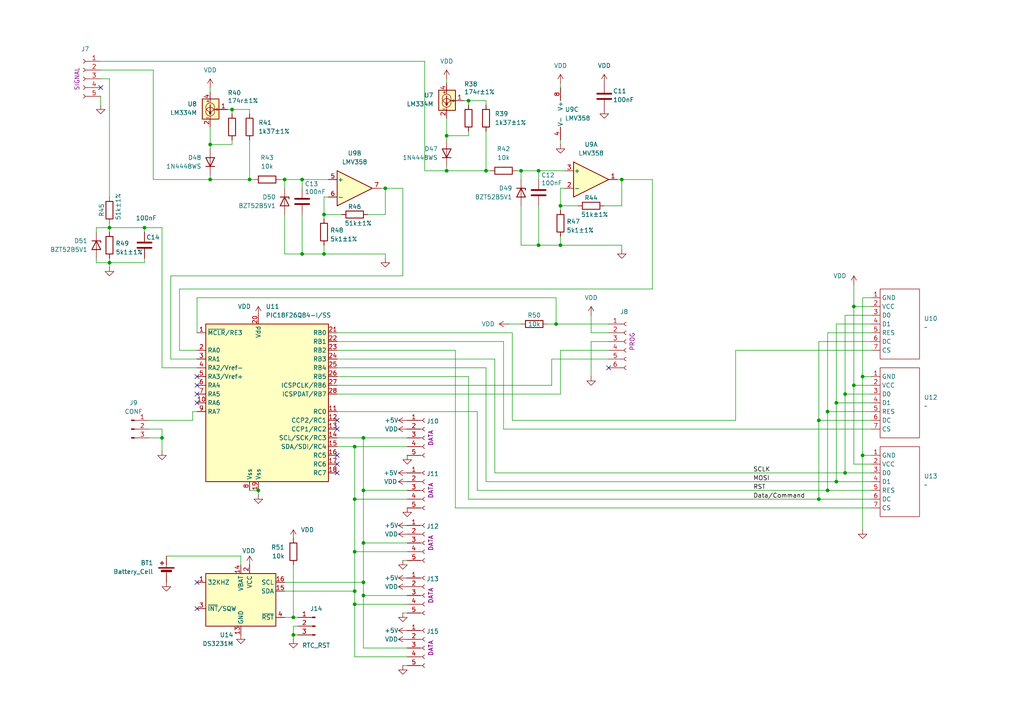
<source format=kicad_sch>
(kicad_sch (version 20250114) (generator "eeschema") (generator_version "9.0")
  (paper "A4")
  (lib_symbols
    (symbol "Amplifier_Operational:LMV358" (pin_names (offset 0.127))
      (property "Reference" "U" (at 0 5.08 0))
      (property "Value" "LMV358" (at 0 -5.08 0))
      (symbol "LMV358_1_1"
        (polyline (pts (xy -5.08 5.08) (xy 5.08 0) (xy -5.08 -5.08) (xy -5.08 5.08)) (stroke (width 0.254)) (fill (type background)))
        (pin input line (at -7.62 2.54 0) (length 2.54) (name "+") (number "3"))
        (pin input line (at -7.62 -2.54 0) (length 2.54) (name "-") (number "2"))
        (pin output line (at 7.62 0 180) (length 2.54) (name "~") (number "1"))
      )
      (symbol "LMV358_2_1"
        (polyline (pts (xy -5.08 5.08) (xy 5.08 0) (xy -5.08 -5.08) (xy -5.08 5.08)) (stroke (width 0.254)) (fill (type background)))
        (pin input line (at -7.62 2.54 0) (length 2.54) (name "+") (number "5"))
        (pin input line (at -7.62 -2.54 0) (length 2.54) (name "-") (number "6"))
        (pin output line (at 7.62 0 180) (length 2.54) (name "~") (number "7"))
      )
      (symbol "LMV358_3_1"
        (pin power_in line (at -2.54 7.62 270) (length 3.81) (name "V+") (number "8"))
        (pin power_in line (at -2.54 -7.62 90) (length 3.81) (name "V-") (number "4"))
      )
    )
    (symbol "Connector:Conn_01x03_Pin" (pin_names (offset 1.016) (hide yes))
      (property "Reference" "J" (at 0 5.08 0))
      (property "Value" "Conn_01x03_Pin" (at 0 -5.08 0))
      (symbol "Conn_01x03_Pin_1_1"
        (rectangle (start 0.8636 2.667) (end 0 2.413) (stroke (width 0.1524)) (fill (type outline)))
        (rectangle (start 0.8636 0.127) (end 0 -0.127) (stroke (width 0.1524)) (fill (type outline)))
        (rectangle (start 0.8636 -2.413) (end 0 -2.667) (stroke (width 0.1524)) (fill (type outline)))
        (polyline (pts (xy 1.27 2.54) (xy 0.8636 2.54)) (stroke (width 0.1524)))
        (polyline (pts (xy 1.27 0) (xy 0.8636 0)) (stroke (width 0.1524)))
        (polyline (pts (xy 1.27 -2.54) (xy 0.8636 -2.54)) (stroke (width 0.1524)))
        (pin passive line (at 5.08 2.54 180) (length 3.81) (name "Pin_1") (number "1"))
        (pin passive line (at 5.08 0 180) (length 3.81) (name "Pin_2") (number "2"))
        (pin passive line (at 5.08 -2.54 180) (length 3.81) (name "Pin_3") (number "3"))
      )
    )
    (symbol "Connector:Conn_01x05_Socket" (pin_names (offset 1.016) (hide yes))
      (property "Reference" "J" (at 0 7.62 0))
      (property "Value" "Conn_01x05_Socket" (at 0 -7.62 0))
      (symbol "Conn_01x05_Socket_1_1"
        (polyline (pts (xy -1.27 5.08) (xy -0.508 5.08)) (stroke (width 0.1524)))
        (polyline (pts (xy -1.27 2.54) (xy -0.508 2.54)) (stroke (width 0.1524)))
        (polyline (pts (xy -1.27 0) (xy -0.508 0)) (stroke (width 0.1524)))
        (polyline (pts (xy -1.27 -2.54) (xy -0.508 -2.54)) (stroke (width 0.1524)))
        (polyline (pts (xy -1.27 -5.08) (xy -0.508 -5.08)) (stroke (width 0.1524)))
        (arc (start 0 4.572) (mid -0.5058 5.08) (end 0 5.588) (stroke (width 0.1524)))
        (arc (start 0 2.032) (mid -0.5058 2.54) (end 0 3.048) (stroke (width 0.1524)))
        (arc (start 0 -0.508) (mid -0.5058 0) (end 0 0.508) (stroke (width 0.1524)))
        (arc (start 0 -3.048) (mid -0.5058 -2.54) (end 0 -2.032) (stroke (width 0.1524)))
        (arc (start 0 -5.588) (mid -0.5058 -5.08) (end 0 -4.572) (stroke (width 0.1524)))
        (pin passive line (at -5.08 5.08 0) (length 3.81) (name "Pin_1") (number "1"))
        (pin passive line (at -5.08 2.54 0) (length 3.81) (name "Pin_2") (number "2"))
        (pin passive line (at -5.08 0 0) (length 3.81) (name "Pin_3") (number "3"))
        (pin passive line (at -5.08 -2.54 0) (length 3.81) (name "Pin_4") (number "4"))
        (pin passive line (at -5.08 -5.08 0) (length 3.81) (name "Pin_5") (number "5"))
      )
    )
    (symbol "Connector:Conn_01x06_Socket" (pin_names (offset 1.016) (hide yes))
      (property "Reference" "J" (at 0 7.62 0))
      (property "Value" "Conn_01x06_Socket" (at 0 -10.16 0))
      (symbol "Conn_01x06_Socket_1_1"
        (polyline (pts (xy -1.27 5.08) (xy -0.508 5.08)) (stroke (width 0.1524)))
        (polyline (pts (xy -1.27 2.54) (xy -0.508 2.54)) (stroke (width 0.1524)))
        (polyline (pts (xy -1.27 0) (xy -0.508 0)) (stroke (width 0.1524)))
        (polyline (pts (xy -1.27 -2.54) (xy -0.508 -2.54)) (stroke (width 0.1524)))
        (polyline (pts (xy -1.27 -5.08) (xy -0.508 -5.08)) (stroke (width 0.1524)))
        (polyline (pts (xy -1.27 -7.62) (xy -0.508 -7.62)) (stroke (width 0.1524)))
        (arc (start 0 4.572) (mid -0.5058 5.08) (end 0 5.588) (stroke (width 0.1524)))
        (arc (start 0 2.032) (mid -0.5058 2.54) (end 0 3.048) (stroke (width 0.1524)))
        (arc (start 0 -0.508) (mid -0.5058 0) (end 0 0.508) (stroke (width 0.1524)))
        (arc (start 0 -3.048) (mid -0.5058 -2.54) (end 0 -2.032) (stroke (width 0.1524)))
        (arc (start 0 -5.588) (mid -0.5058 -5.08) (end 0 -4.572) (stroke (width 0.1524)))
        (arc (start 0 -8.128) (mid -0.5058 -7.62) (end 0 -7.112) (stroke (width 0.1524)))
        (pin passive line (at -5.08 5.08 0) (length 3.81) (name "Pin_1") (number "1"))
        (pin passive line (at -5.08 2.54 0) (length 3.81) (name "Pin_2") (number "2"))
        (pin passive line (at -5.08 0 0) (length 3.81) (name "Pin_3") (number "3"))
        (pin passive line (at -5.08 -2.54 0) (length 3.81) (name "Pin_4") (number "4"))
        (pin passive line (at -5.08 -5.08 0) (length 3.81) (name "Pin_5") (number "5"))
        (pin passive line (at -5.08 -7.62 0) (length 3.81) (name "Pin_6") (number "6"))
      )
    )
    (symbol "Device:Battery_Cell" (pin_numbers (hide yes)) (pin_names (offset 0) (hide yes))
      (property "Reference" "BT" (at 2.54 2.54 0))
      (property "Value" "Battery_Cell" (at 2.54 0 0))
      (symbol "Battery_Cell_0_1"
        (rectangle (start -2.286 1.778) (end 2.286 1.524) (fill (type outline)))
        (rectangle (start -1.524 1.016) (end 1.524 0.508) (fill (type outline)))
        (polyline (pts (xy 0 1.778) (xy 0 2.54)))
        (polyline (pts (xy 0 0.762) (xy 0 0)))
        (polyline (pts (xy 0.762 3.048) (xy 1.778 3.048)) (stroke (width 0.254)))
        (polyline (pts (xy 1.27 3.556) (xy 1.27 2.54)) (stroke (width 0.254)))
      )
      (symbol "Battery_Cell_1_1"
        (pin passive line (at 0 5.08 270) (length 2.54) (name "+") (number "1"))
        (pin passive line (at 0 -2.54 90) (length 2.54) (name "-") (number "2"))
      )
    )
    (symbol "Device:C" (pin_numbers (hide yes)) (pin_names (offset 0.254))
      (property "Reference" "C" (at 0.635 2.54 0))
      (property "Value" "C" (at 0.635 -2.54 0))
      (symbol "C_0_1"
        (polyline (pts (xy -2.032 0.762) (xy 2.032 0.762)) (stroke (width 0.508)))
        (polyline (pts (xy -2.032 -0.762) (xy 2.032 -0.762)) (stroke (width 0.508)))
      )
      (symbol "C_1_1"
        (pin passive line (at 0 3.81 270) (length 2.794) (name "~") (number "1"))
        (pin passive line (at 0 -3.81 90) (length 2.794) (name "~") (number "2"))
      )
    )
    (symbol "Device:R" (pin_numbers (hide yes)) (pin_names (offset 0))
      (property "Reference" "R" (at 2.032 0 90))
      (property "Value" "R" (at 0 0 90))
      (symbol "R_0_1"
        (rectangle (start -1.016 -2.54) (end 1.016 2.54) (stroke (width 0.254)))
      )
      (symbol "R_1_1"
        (pin passive line (at 0 3.81 270) (length 1.27) (name "~") (number "1"))
        (pin passive line (at 0 -3.81 90) (length 1.27) (name "~") (number "2"))
      )
    )
    (symbol "Diode:1N4448WS" (pin_numbers (hide yes)) (pin_names (hide yes))
      (property "Reference" "D" (at 0 2.54 0))
      (property "Value" "1N4448WS" (at 0 -2.54 0))
      (symbol "1N4448WS_0_1"
        (polyline (pts (xy -1.27 1.27) (xy -1.27 -1.27)) (stroke (width 0.254)))
        (polyline (pts (xy 1.27 1.27) (xy 1.27 -1.27) (xy -1.27 0) (xy 1.27 1.27)) (stroke (width 0.254)))
        (polyline (pts (xy 1.27 0) (xy -1.27 0)))
      )
      (symbol "1N4448WS_1_1"
        (pin passive line (at -3.81 0 0) (length 2.54) (name "K") (number "1"))
        (pin passive line (at 3.81 0 180) (length 2.54) (name "A") (number "2"))
      )
    )
    (symbol "Diode:BZT52Bxx" (pin_numbers (hide yes)) (pin_names (hide yes))
      (property "Reference" "D" (at 0 2.54 0))
      (property "Value" "BZT52Bxx" (at 0 -2.54 0))
      (symbol "BZT52Bxx_0_1"
        (polyline (pts (xy -1.27 -1.27) (xy -1.27 1.27) (xy -0.762 1.27)) (stroke (width 0.254)))
        (polyline (pts (xy 1.27 0) (xy -1.27 0)))
        (polyline (pts (xy 1.27 -1.27) (xy 1.27 1.27) (xy -1.27 0) (xy 1.27 -1.27)) (stroke (width 0.254)))
      )
      (symbol "BZT52Bxx_1_1"
        (pin passive line (at -3.81 0 0) (length 2.54) (name "K") (number "1"))
        (pin passive line (at 3.81 0 180) (length 2.54) (name "A") (number "2"))
      )
    )
    (symbol "Reference_Current:LM334M"
      (property "Reference" "U" (at 0.635 6.35 0))
      (property "Value" "LM334M" (at 0.635 4.445 0))
      (symbol "LM334M_0_1"
        (rectangle (start -2.286 3.048) (end 2.54 -2.794) (stroke (width 0.254)) (fill (type background)))
        (polyline (pts (xy -1.143 -2.413) (xy -0.381 -2.413)))
        (polyline (pts (xy -1.016 2.413) (xy -0.254 2.413)))
        (polyline (pts (xy -0.635 2.794) (xy -0.635 2.032)))
        (polyline (pts (xy 0 3.81) (xy 0 1.905)))
        (polyline (pts (xy 0 1.397) (xy 0 -1.397)) (stroke (width 0.254)))
        (circle (center 0 0.635) (radius 1.27))
        (circle (center 0 -0.635) (radius 1.27))
        (polyline (pts (xy 0 -1.397) (xy -0.254 -0.889) (xy 0.254 -0.889) (xy 0 -1.397)) (stroke (width 0.254)))
        (polyline (pts (xy 0 -1.905) (xy 0 -3.175)))
        (polyline (pts (xy 1.27 0) (xy 2.159 0.254) (xy 2.159 -0.254) (xy 1.27 0)))
        (polyline (pts (xy 5.08 0) (xy 1.27 0)))
      )
      (symbol "LM334M_1_1"
        (pin passive line (at 0 5.08 270) (length 2.54) (name "~") (number "4"))
        (pin passive line (at 0 -5.08 90) (length 2.54) (name "~") (number "2"))
        (pin passive line (at 0 -5.08 90) (length 2.54) (hide yes) (name "~") (number "3"))
        (pin passive line (at 0 -5.08 90) (length 2.54) (hide yes) (name "~") (number "6"))
        (pin passive line (at 0 -5.08 90) (length 2.54) (hide yes) (name "~") (number "7"))
        (pin passive line (at 5.08 0 180) (length 2.54) (name "~") (number "1"))
      )
    )
    (symbol "Timer_RTC:DS3231M"
      (property "Reference" "U" (at -7.62 8.89 0))
      (property "Value" "DS3231M" (at 10.16 8.89 0))
      (symbol "DS3231M_0_1"
        (rectangle (start -10.16 7.62) (end 10.16 -7.62) (stroke (width 0.254)) (fill (type background)))
      )
      (symbol "DS3231M_1_1"
        (pin input line (at -12.7 5.08 0) (length 2.54) (name "SCL") (number "16"))
        (pin bidirectional line (at -12.7 2.54 0) (length 2.54) (name "SDA") (number "15"))
        (pin bidirectional line (at -12.7 -5.08 0) (length 2.54) (name "~{RST}") (number "4"))
        (pin power_in line (at -2.54 10.16 270) (length 2.54) (name "VCC") (number "2"))
        (pin power_in line (at 0 10.16 270) (length 2.54) (name "VBAT") (number "14"))
        (pin passive line (at 0 -10.16 90) (length 2.54) (hide yes) (name "GND") (number "10"))
        (pin passive line (at 0 -10.16 90) (length 2.54) (hide yes) (name "GND") (number "11"))
        (pin passive line (at 0 -10.16 90) (length 2.54) (hide yes) (name "GND") (number "12"))
        (pin power_in line (at 0 -10.16 90) (length 2.54) (name "GND") (number "13"))
        (pin passive line (at 0 -10.16 90) (length 2.54) (hide yes) (name "GND") (number "5"))
        (pin passive line (at 0 -10.16 90) (length 2.54) (hide yes) (name "GND") (number "6"))
        (pin passive line (at 0 -10.16 90) (length 2.54) (hide yes) (name "GND") (number "7"))
        (pin passive line (at 0 -10.16 90) (length 2.54) (hide yes) (name "GND") (number "8"))
        (pin passive line (at 0 -10.16 90) (length 2.54) (hide yes) (name "GND") (number "9"))
        (pin open_collector line (at 12.7 5.08 180) (length 2.54) (name "32KHZ") (number "1"))
        (pin open_collector line (at 12.7 -2.54 180) (length 2.54) (name "~{INT}/SQW") (number "3"))
      )
    )
    (symbol "panel-01:PIC18F26Q84_ISS"
      (property "Reference" "U" (at -15.24 24.13 0))
      (property "Value" "PIC18F26Q84-I/SS" (at 9.652 24.13 0))
      (symbol "PIC18F26Q84_ISS_0_1"
        (rectangle (start -17.78 22.86) (end 17.78 -22.86) (stroke (width 0.254)) (fill (type background)))
      )
      (symbol "PIC18F26Q84_ISS_1_1"
        (pin bidirectional line (at -20.32 20.32 0) (length 2.54) (name "~{MCLR}/RE3") (number "1"))
        (pin bidirectional line (at -20.32 15.24 0) (length 2.54) (name "RA0") (number "2"))
        (pin bidirectional line (at -20.32 12.7 0) (length 2.54) (name "RA1") (number "3"))
        (pin bidirectional line (at -20.32 10.16 0) (length 2.54) (name "RA2/Vref-") (number "4"))
        (pin bidirectional line (at -20.32 7.62 0) (length 2.54) (name "RA3/Vref+") (number "5"))
        (pin bidirectional line (at -20.32 5.08 0) (length 2.54) (name "RA4") (number "6"))
        (pin bidirectional line (at -20.32 2.54 0) (length 2.54) (name "RA5") (number "7"))
        (pin bidirectional line (at -20.32 0 0) (length 2.54) (name "RA6") (number "10"))
        (pin bidirectional line (at -20.32 -2.54 0) (length 2.54) (name "RA7") (number "9"))
        (pin power_in line (at -5.08 -25.4 90) (length 2.54) (name "Vss") (number "8"))
        (pin power_in line (at -2.54 25.4 270) (length 2.54) (name "Vdd") (number "20"))
        (pin power_in line (at -2.54 -25.4 90) (length 2.54) (name "Vss") (number "19"))
        (pin bidirectional line (at 20.32 20.32 180) (length 2.54) (name "RB0") (number "21"))
        (pin bidirectional line (at 20.32 17.78 180) (length 2.54) (name "RB1") (number "22"))
        (pin bidirectional line (at 20.32 15.24 180) (length 2.54) (name "RB2") (number "23"))
        (pin bidirectional line (at 20.32 12.7 180) (length 2.54) (name "RB3") (number "24"))
        (pin bidirectional line (at 20.32 10.16 180) (length 2.54) (name "RB4") (number "25"))
        (pin bidirectional line (at 20.32 7.62 180) (length 2.54) (name "RB5") (number "26"))
        (pin bidirectional line (at 20.32 5.08 180) (length 2.54) (name "ICSPCLK/RB6") (number "27"))
        (pin bidirectional line (at 20.32 2.54 180) (length 2.54) (name "ICSPDAT/RB7") (number "28"))
        (pin bidirectional line (at 20.32 -2.54 180) (length 2.54) (name "RC0") (number "11"))
        (pin bidirectional line (at 20.32 -5.08 180) (length 2.54) (name "CCP2/RC1") (number "12"))
        (pin bidirectional line (at 20.32 -7.62 180) (length 2.54) (name "CCP1/RC2") (number "13"))
        (pin bidirectional line (at 20.32 -10.16 180) (length 2.54) (name "SCL/SCK/RC3") (number "14"))
        (pin bidirectional line (at 20.32 -12.7 180) (length 2.54) (name "SDA/SDI/RC4") (number "15"))
        (pin bidirectional line (at 20.32 -15.24 180) (length 2.54) (name "RC5") (number "16"))
        (pin bidirectional line (at 20.32 -17.78 180) (length 2.54) (name "RC6") (number "17"))
        (pin bidirectional line (at 20.32 -20.32 180) (length 2.54) (name "RC7") (number "18"))
      )
    )
    (symbol "panel-01:SSD1306_128x64"
      (property "Reference" "U" (at 0 0 0))
      (symbol "SSD1306_128x64_0_1"
        (rectangle (start -6.35 10.16) (end 5.08 -10.16))
      )
      (symbol "SSD1306_128x64_1_1"
        (pin input line (at -8.89 7.62 0) (length 2.54) (name "GND") (number "1"))
        (pin input line (at -8.89 5.08 0) (length 2.54) (name "VCC") (number "2"))
        (pin input line (at -8.89 2.54 0) (length 2.54) (name "D0") (number "3"))
        (pin input line (at -8.89 0 0) (length 2.54) (name "D1") (number "4"))
        (pin input line (at -8.89 -2.54 0) (length 2.54) (name "RES") (number "5"))
        (pin input line (at -8.89 -5.08 0) (length 2.54) (name "DC") (number "6"))
        (pin input line (at -8.89 -7.62 0) (length 2.54) (name "CS") (number "7"))
      )
    )
    (symbol "power:+5V" (power) (pin_numbers (hide yes)) (pin_names (offset 0) (hide yes))
      (property "Value" "+5V" (at 0 3.556 0))
      (symbol "+5V_0_1"
        (polyline (pts (xy -0.762 1.27) (xy 0 2.54)))
        (polyline (pts (xy 0 2.54) (xy 0.762 1.27)))
        (polyline (pts (xy 0 0) (xy 0 2.54)))
      )
      (symbol "+5V_1_1"
        (pin power_in line (at 0 0 90) (length 0) (name "~") (number "1"))
      )
    )
    (symbol "power:GND" (power) (pin_numbers (hide yes)) (pin_names (offset 0) (hide yes))
      (property "Value" "GND" (at 0 -3.81 0))
      (symbol "GND_0_1"
        (polyline (pts (xy 0 0) (xy 0 -1.27) (xy 1.27 -1.27) (xy 0 -2.54) (xy -1.27 -1.27) (xy 0 -1.27)))
      )
      (symbol "GND_1_1"
        (pin power_in line (at 0 0 270) (length 0) (name "~") (number "1"))
      )
    )
    (symbol "power:VDD" (power) (pin_numbers (hide yes)) (pin_names (offset 0) (hide yes))
      (property "Value" "VDD" (at 0 3.556 0))
      (symbol "VDD_0_1"
        (polyline (pts (xy -0.762 1.27) (xy 0 2.54)))
        (polyline (pts (xy 0 2.54) (xy 0.762 1.27)))
        (polyline (pts (xy 0 0) (xy 0 2.54)))
      )
      (symbol "VDD_1_1"
        (pin power_in line (at 0 0 90) (length 0) (name "~") (number "1"))
      )
    )
  )
  (junction (at 237.49 144.78))
  (junction (at 105.41 127))
  (junction (at 151.13 49.53))
  (junction (at 105.41 172.72))
  (junction (at 245.11 114.3))
  (junction (at 31.75 76.2))
  (junction (at 102.87 144.78))
  (junction (at 105.41 168.91))
  (junction (at 60.96 52.07))
  (junction (at 162.56 71.12))
  (junction (at 140.97 49.53))
  (junction (at 60.96 41.91))
  (junction (at 237.49 121.92))
  (junction (at 102.87 175.26))
  (junction (at 67.31 31.75))
  (junction (at 85.09 179.07))
  (junction (at 72.39 52.07))
  (junction (at 102.87 129.54))
  (junction (at 240.03 142.24))
  (junction (at 82.55 52.07))
  (junction (at 156.21 49.53))
  (junction (at 242.57 139.7))
  (junction (at 105.41 142.24))
  (junction (at 93.98 62.23))
  (junction (at 129.54 39.37))
  (junction (at 102.87 160.02))
  (junction (at 242.57 116.84))
  (junction (at 250.19 109.22))
  (junction (at 156.21 71.12))
  (junction (at 250.19 132.08))
  (junction (at 41.91 66.04))
  (junction (at 162.56 59.69))
  (junction (at 111.76 54.61))
  (junction (at 161.29 93.98))
  (junction (at 74.93 142.24))
  (junction (at 247.65 111.76))
  (junction (at 31.75 66.04))
  (junction (at 245.11 137.16))
  (junction (at 46.99 127))
  (junction (at 240.03 119.38))
  (junction (at 85.09 184.15))
  (junction (at 93.98 73.66))
  (junction (at 180.34 52.07))
  (junction (at 87.63 52.07))
  (junction (at 129.54 49.53))
  (junction (at 247.65 88.9))
  (junction (at 87.63 73.66))
  (junction (at 105.41 157.48))
  (junction (at 135.89 29.21))
  (junction (at 102.87 171.45))
  (no_connect (at 176.53 106.68))
  (no_connect (at 97.79 137.16))
  (no_connect (at 57.15 116.84))
  (no_connect (at 29.21 25.4))
  (no_connect (at 97.79 124.46))
  (no_connect (at 57.15 176.53))
  (no_connect (at 57.15 114.3))
  (no_connect (at 97.79 134.62))
  (no_connect (at 97.79 121.92))
  (no_connect (at 57.15 111.76))
  (no_connect (at 57.15 168.91))
  (no_connect (at 57.15 109.22))
  (no_connect (at 97.79 132.08))
  (wire (pts (xy 138.43 119.38) (xy 138.43 142.24)))
  (wire (pts (xy 180.34 71.12) (xy 180.34 72.39)))
  (wire (pts (xy 87.63 54.61) (xy 87.63 52.07)))
  (wire (pts (xy 171.45 99.06) (xy 171.45 109.22)))
  (wire (pts (xy 97.79 129.54) (xy 102.87 129.54)))
  (wire (pts (xy 52.07 83.82) (xy 189.23 83.82)))
  (wire (pts (xy 151.13 59.69) (xy 151.13 71.12)))
  (wire (pts (xy 149.86 49.53) (xy 151.13 49.53)))
  (wire (pts (xy 82.55 168.91) (xy 105.41 168.91)))
  (wire (pts (xy 102.87 171.45) (xy 102.87 175.26)))
  (wire (pts (xy 69.85 161.29) (xy 48.26 161.29)))
  (wire (pts (xy 49.53 80.01) (xy 116.84 80.01)))
  (wire (pts (xy 60.96 52.07) (xy 72.39 52.07)))
  (wire (pts (xy 85.09 181.61) (xy 85.09 184.15)))
  (wire (pts (xy 118.11 187.96) (xy 105.41 187.96)))
  (wire (pts (xy 146.05 124.46) (xy 146.05 99.06)))
  (wire (pts (xy 93.98 62.23) (xy 99.06 62.23)))
  (wire (pts (xy 123.19 49.53) (xy 129.54 49.53)))
  (wire (pts (xy 156.21 71.12) (xy 162.56 71.12)))
  (wire (pts (xy 86.36 181.61) (xy 85.09 181.61)))
  (wire (pts (xy 46.99 124.46) (xy 46.99 127)))
  (wire (pts (xy 118.11 190.5) (xy 102.87 190.5)))
  (wire (pts (xy 87.63 62.23) (xy 87.63 73.66)))
  (wire (pts (xy 129.54 22.86) (xy 129.54 24.13)))
  (wire (pts (xy 31.75 76.2) (xy 41.91 76.2)))
  (wire (pts (xy 250.19 132.08) (xy 252.73 132.08)))
  (wire (pts (xy 240.03 96.52) (xy 240.03 119.38)))
  (wire (pts (xy 105.41 142.24) (xy 118.11 142.24)))
  (wire (pts (xy 245.11 114.3) (xy 245.11 137.16)))
  (wire (pts (xy 55.88 121.92) (xy 43.18 121.92)))
  (wire (pts (xy 102.87 190.5) (xy 102.87 175.26)))
  (wire (pts (xy 134.62 29.21) (xy 135.89 29.21)))
  (wire (pts (xy 31.75 66.04) (xy 31.75 67.31)))
  (wire (pts (xy 162.56 68.58) (xy 162.56 71.12)))
  (wire (pts (xy 138.43 142.24) (xy 240.03 142.24)))
  (wire (pts (xy 129.54 48.26) (xy 129.54 49.53)))
  (wire (pts (xy 156.21 49.53) (xy 163.83 49.53)))
  (wire (pts (xy 102.87 129.54) (xy 118.11 129.54)))
  (wire (pts (xy 97.79 109.22) (xy 135.89 109.22)))
  (wire (pts (xy 102.87 144.78) (xy 118.11 144.78)))
  (wire (pts (xy 85.09 179.07) (xy 85.09 163.83)))
  (wire (pts (xy 147.32 93.98) (xy 151.13 93.98)))
  (wire (pts (xy 252.73 134.62) (xy 247.65 134.62)))
  (wire (pts (xy 72.39 33.02) (xy 72.39 31.75)))
  (wire (pts (xy 74.93 142.24) (xy 74.93 143.51)))
  (wire (pts (xy 245.11 114.3) (xy 252.73 114.3)))
  (wire (pts (xy 162.56 24.13) (xy 162.56 25.4)))
  (wire (pts (xy 148.59 96.52) (xy 148.59 121.92)))
  (wire (pts (xy 97.79 96.52) (xy 148.59 96.52)))
  (wire (pts (xy 237.49 121.92) (xy 252.73 121.92)))
  (wire (pts (xy 29.21 27.94) (xy 29.21 30.48)))
  (wire (pts (xy 156.21 59.69) (xy 156.21 71.12)))
  (wire (pts (xy 46.99 66.04) (xy 41.91 66.04)))
  (wire (pts (xy 82.55 179.07) (xy 85.09 179.07)))
  (wire (pts (xy 161.29 93.98) (xy 176.53 93.98)))
  (wire (pts (xy 27.94 66.04) (xy 27.94 67.31)))
  (wire (pts (xy 82.55 171.45) (xy 102.87 171.45)))
  (wire (pts (xy 160.02 104.14) (xy 176.53 104.14)))
  (wire (pts (xy 105.41 187.96) (xy 105.41 172.72)))
  (wire (pts (xy 57.15 106.68) (xy 46.99 106.68)))
  (wire (pts (xy 160.02 104.14) (xy 160.02 111.76)))
  (wire (pts (xy 102.87 160.02) (xy 102.87 171.45)))
  (wire (pts (xy 237.49 121.92) (xy 237.49 99.06)))
  (wire (pts (xy 67.31 31.75) (xy 67.31 33.02)))
  (wire (pts (xy 102.87 129.54) (xy 102.87 144.78)))
  (wire (pts (xy 82.55 62.23) (xy 82.55 73.66)))
  (wire (pts (xy 60.96 36.83) (xy 60.96 41.91)))
  (wire (pts (xy 31.75 74.93) (xy 31.75 76.2)))
  (wire (pts (xy 135.89 109.22) (xy 135.89 144.78)))
  (wire (pts (xy 175.26 59.69) (xy 180.34 59.69)))
  (wire (pts (xy 129.54 34.29) (xy 129.54 39.37)))
  (wire (pts (xy 176.53 99.06) (xy 171.45 99.06)))
  (wire (pts (xy 67.31 40.64) (xy 67.31 41.91)))
  (wire (pts (xy 57.15 104.14) (xy 49.53 104.14)))
  (wire (pts (xy 41.91 67.31) (xy 41.91 66.04)))
  (wire (pts (xy 146.05 124.46) (xy 252.73 124.46)))
  (wire (pts (xy 93.98 57.15) (xy 93.98 62.23)))
  (wire (pts (xy 252.73 86.36) (xy 250.19 86.36)))
  (wire (pts (xy 162.56 101.6) (xy 176.53 101.6)))
  (wire (pts (xy 135.89 29.21) (xy 135.89 30.48)))
  (wire (pts (xy 140.97 30.48) (xy 140.97 29.21)))
  (wire (pts (xy 250.19 109.22) (xy 252.73 109.22)))
  (wire (pts (xy 163.83 54.61) (xy 162.56 54.61)))
  (wire (pts (xy 97.79 114.3) (xy 162.56 114.3)))
  (wire (pts (xy 245.11 137.16) (xy 252.73 137.16)))
  (wire (pts (xy 27.94 76.2) (xy 31.75 76.2)))
  (wire (pts (xy 123.19 17.78) (xy 123.19 49.53)))
  (wire (pts (xy 116.84 54.61) (xy 111.76 54.61)))
  (wire (pts (xy 118.11 162.56) (xy 116.84 162.56)))
  (wire (pts (xy 111.76 62.23) (xy 111.76 54.61)))
  (wire (pts (xy 105.41 157.48) (xy 118.11 157.48)))
  (wire (pts (xy 247.65 88.9) (xy 252.73 88.9)))
  (wire (pts (xy 85.09 184.15) (xy 85.09 185.42)))
  (wire (pts (xy 105.41 127) (xy 97.79 127)))
  (wire (pts (xy 46.99 106.68) (xy 46.99 66.04)))
  (wire (pts (xy 72.39 142.24) (xy 74.93 142.24)))
  (wire (pts (xy 176.53 96.52) (xy 171.45 96.52)))
  (wire (pts (xy 135.89 144.78) (xy 237.49 144.78)))
  (wire (pts (xy 69.85 163.83) (xy 69.85 161.29)))
  (wire (pts (xy 118.11 177.8) (xy 116.84 177.8)))
  (wire (pts (xy 237.49 144.78) (xy 237.49 121.92)))
  (wire (pts (xy 111.76 73.66) (xy 111.76 74.93)))
  (wire (pts (xy 60.96 41.91) (xy 60.96 43.18)))
  (wire (pts (xy 252.73 91.44) (xy 245.11 91.44)))
  (wire (pts (xy 171.45 91.44) (xy 171.45 96.52)))
  (wire (pts (xy 105.41 127) (xy 118.11 127)))
  (wire (pts (xy 67.31 31.75) (xy 72.39 31.75)))
  (wire (pts (xy 162.56 114.3) (xy 162.56 101.6)))
  (wire (pts (xy 81.28 52.07) (xy 82.55 52.07)))
  (wire (pts (xy 87.63 52.07) (xy 95.25 52.07)))
  (wire (pts (xy 105.41 172.72) (xy 118.11 172.72)))
  (wire (pts (xy 146.05 99.06) (xy 97.79 99.06)))
  (wire (pts (xy 43.18 124.46) (xy 46.99 124.46)))
  (wire (pts (xy 102.87 144.78) (xy 102.87 160.02)))
  (wire (pts (xy 140.97 38.1) (xy 140.97 49.53)))
  (wire (pts (xy 245.11 114.3) (xy 245.11 91.44)))
  (wire (pts (xy 31.75 66.04) (xy 31.75 64.77)))
  (wire (pts (xy 135.89 29.21) (xy 140.97 29.21)))
  (wire (pts (xy 46.99 127) (xy 46.99 130.81)))
  (wire (pts (xy 49.53 104.14) (xy 49.53 80.01)))
  (wire (pts (xy 151.13 71.12) (xy 156.21 71.12)))
  (wire (pts (xy 72.39 52.07) (xy 73.66 52.07)))
  (wire (pts (xy 118.11 193.04) (xy 116.84 193.04)))
  (wire (pts (xy 247.65 111.76) (xy 252.73 111.76)))
  (wire (pts (xy 97.79 101.6) (xy 132.08 101.6)))
  (wire (pts (xy 31.75 76.2) (xy 31.75 77.47)))
  (wire (pts (xy 116.84 80.01) (xy 116.84 54.61)))
  (wire (pts (xy 82.55 52.07) (xy 87.63 52.07)))
  (wire (pts (xy 143.51 137.16) (xy 245.11 137.16)))
  (wire (pts (xy 162.56 54.61) (xy 162.56 59.69)))
  (wire (pts (xy 213.36 121.92) (xy 213.36 101.6)))
  (wire (pts (xy 237.49 99.06) (xy 252.73 99.06)))
  (wire (pts (xy 31.75 22.86) (xy 29.21 22.86)))
  (wire (pts (xy 250.19 86.36) (xy 250.19 109.22)))
  (wire (pts (xy 44.45 52.07) (xy 60.96 52.07)))
  (wire (pts (xy 151.13 49.53) (xy 156.21 49.53)))
  (wire (pts (xy 129.54 49.53) (xy 140.97 49.53)))
  (wire (pts (xy 57.15 86.36) (xy 161.29 86.36)))
  (wire (pts (xy 240.03 142.24) (xy 252.73 142.24)))
  (wire (pts (xy 252.73 139.7) (xy 242.57 139.7)))
  (wire (pts (xy 189.23 52.07) (xy 180.34 52.07)))
  (wire (pts (xy 102.87 175.26) (xy 118.11 175.26)))
  (wire (pts (xy 93.98 73.66) (xy 111.76 73.66)))
  (wire (pts (xy 247.65 134.62) (xy 247.65 111.76)))
  (wire (pts (xy 143.51 104.14) (xy 143.51 137.16)))
  (wire (pts (xy 82.55 73.66) (xy 87.63 73.66)))
  (wire (pts (xy 55.88 119.38) (xy 57.15 119.38)))
  (wire (pts (xy 60.96 50.8) (xy 60.96 52.07)))
  (wire (pts (xy 105.41 127) (xy 105.41 142.24)))
  (wire (pts (xy 148.59 121.92) (xy 213.36 121.92)))
  (wire (pts (xy 151.13 49.53) (xy 151.13 52.07)))
  (wire (pts (xy 57.15 96.52) (xy 57.15 86.36)))
  (wire (pts (xy 93.98 62.23) (xy 93.98 63.5)))
  (wire (pts (xy 140.97 106.68) (xy 140.97 139.7)))
  (wire (pts (xy 66.04 31.75) (xy 67.31 31.75)))
  (wire (pts (xy 240.03 119.38) (xy 252.73 119.38)))
  (wire (pts (xy 247.65 82.55) (xy 247.65 88.9)))
  (wire (pts (xy 160.02 111.76) (xy 97.79 111.76)))
  (wire (pts (xy 129.54 39.37) (xy 129.54 40.64)))
  (wire (pts (xy 140.97 139.7) (xy 242.57 139.7)))
  (wire (pts (xy 106.68 62.23) (xy 111.76 62.23)))
  (wire (pts (xy 97.79 104.14) (xy 143.51 104.14)))
  (wire (pts (xy 55.88 119.38) (xy 55.88 121.92)))
  (wire (pts (xy 161.29 86.36) (xy 161.29 93.98)))
  (wire (pts (xy 52.07 101.6) (xy 52.07 83.82)))
  (wire (pts (xy 240.03 119.38) (xy 240.03 142.24)))
  (wire (pts (xy 105.41 142.24) (xy 105.41 157.48)))
  (wire (pts (xy 97.79 119.38) (xy 138.43 119.38)))
  (wire (pts (xy 132.08 101.6) (xy 132.08 147.32)))
  (wire (pts (xy 250.19 132.08) (xy 250.19 153.67)))
  (wire (pts (xy 29.21 17.78) (xy 123.19 17.78)))
  (wire (pts (xy 43.18 127) (xy 46.99 127)))
  (wire (pts (xy 86.36 179.07) (xy 85.09 179.07)))
  (wire (pts (xy 93.98 71.12) (xy 93.98 73.66)))
  (wire (pts (xy 44.45 20.32) (xy 44.45 52.07)))
  (wire (pts (xy 132.08 147.32) (xy 252.73 147.32)))
  (wire (pts (xy 242.57 116.84) (xy 252.73 116.84)))
  (wire (pts (xy 87.63 73.66) (xy 93.98 73.66)))
  (wire (pts (xy 135.89 39.37) (xy 129.54 39.37)))
  (wire (pts (xy 135.89 38.1) (xy 135.89 39.37)))
  (wire (pts (xy 86.36 184.15) (xy 85.09 184.15)))
  (wire (pts (xy 247.65 111.76) (xy 247.65 88.9)))
  (wire (pts (xy 67.31 41.91) (xy 60.96 41.91)))
  (wire (pts (xy 82.55 52.07) (xy 82.55 54.61)))
  (wire (pts (xy 57.15 101.6) (xy 52.07 101.6)))
  (wire (pts (xy 242.57 93.98) (xy 252.73 93.98)))
  (wire (pts (xy 31.75 66.04) (xy 41.91 66.04)))
  (wire (pts (xy 162.56 71.12) (xy 180.34 71.12)))
  (wire (pts (xy 105.41 168.91) (xy 105.41 172.72)))
  (wire (pts (xy 156.21 52.07) (xy 156.21 49.53)))
  (wire (pts (xy 72.39 40.64) (xy 72.39 52.07)))
  (wire (pts (xy 180.34 52.07) (xy 179.07 52.07)))
  (wire (pts (xy 213.36 101.6) (xy 252.73 101.6)))
  (wire (pts (xy 158.75 93.98) (xy 161.29 93.98)))
  (wire (pts (xy 97.79 106.68) (xy 140.97 106.68)))
  (wire (pts (xy 111.76 54.61) (xy 110.49 54.61)))
  (wire (pts (xy 250.19 109.22) (xy 250.19 132.08)))
  (wire (pts (xy 60.96 25.4) (xy 60.96 26.67)))
  (wire (pts (xy 180.34 59.69) (xy 180.34 52.07)))
  (wire (pts (xy 162.56 59.69) (xy 167.64 59.69)))
  (wire (pts (xy 252.73 144.78) (xy 237.49 144.78)))
  (wire (pts (xy 105.41 157.48) (xy 105.41 168.91)))
  (wire (pts (xy 189.23 83.82) (xy 189.23 52.07)))
  (wire (pts (xy 31.75 57.15) (xy 31.75 22.86)))
  (wire (pts (xy 31.75 66.04) (xy 27.94 66.04)))
  (wire (pts (xy 29.21 20.32) (xy 44.45 20.32)))
  (wire (pts (xy 242.57 139.7) (xy 242.57 116.84)))
  (wire (pts (xy 140.97 49.53) (xy 142.24 49.53)))
  (wire (pts (xy 102.87 160.02) (xy 118.11 160.02)))
  (wire (pts (xy 162.56 40.64) (xy 162.56 41.91)))
  (wire (pts (xy 27.94 74.93) (xy 27.94 76.2)))
  (wire (pts (xy 242.57 116.84) (xy 242.57 93.98)))
  (wire (pts (xy 95.25 57.15) (xy 93.98 57.15)))
  (wire (pts (xy 252.73 96.52) (xy 240.03 96.52)))
  (wire (pts (xy 41.91 74.93) (xy 41.91 76.2)))
  (wire (pts (xy 162.56 59.69) (xy 162.56 60.96)))
  (label "MOSI" (at 218.44 139.7 0))
  (label "RST" (at 218.44 142.24 0))
  (label "SCLK" (at 218.44 137.16 0))
  (label "Data{slash}Command" (at 218.44 144.78 0))
  (symbol (lib_id "Connector:Conn_01x05_Socket") (at 24.13 22.86 0) (mirror y) (unit 1)
    (property "Reference" "J7" (at 25.908 14.224 0) (effects (justify left)))
    (property "Value" "Conn_01x05_Socket" (effects (hide yes)))
    (property "Footprint" "Connector_Molex:Molex_Pico-Lock_504050-0591_1x05-1MP_P1.50mm_Horizontal" (effects (hide yes)))
    (property "Description" "Generic connector, single row, 01x05, script generated" (effects (hide yes)))
    (property "Label" "SIGNAL" (at 22.352 22.86 90))
  )
  (symbol (lib_id "Device:R") (at 85.09 160.02 0) (mirror x) (unit 1)
    (property "Reference" "R51" (at 82.55 158.7499 0) (effects (justify right)))
    (property "Value" "10k" (at 82.55 161.2899 0) (effects (justify right)))
    (property "Description" "Resistor" (effects (hide yes)))
  )
  (symbol (lib_id "Device:R") (at 77.47 52.07 90) (unit 1)
    (property "Reference" "R43" (at 77.47 45.72 90))
    (property "Value" "10k" (at 77.47 48.26 90))
    (property "Description" "Resistor" (effects (hide yes)))
  )
  (symbol (lib_id "Device:R") (at 171.45 59.69 270) (unit 1)
    (property "Reference" "R44" (at 171.45 57.404 90))
    (property "Value" "51k±1%" (at 172.466 62.23 90))
    (property "Description" "Resistor" (effects (hide yes)))
  )
  (symbol (lib_id "Amplifier_Operational:LMV358") (at 102.87 54.61 0) (unit 2)
    (property "Reference" "U9" (at 102.87 44.45 0))
    (property "Value" "LMV358" (at 102.87 46.99 0))
    (property "Datasheet" "http://www.ti.com/lit/ds/symlink/lmv324.pdf" (effects (hide yes)))
    (property "Description" "Dual Low-Voltage Rail-to-Rail Output Operational Amplifiers, SOIC-8/SSOP-8" (effects (hide yes)))
  )
  (symbol (lib_id "Diode:1N4448WS") (at 129.54 44.45 270) (mirror x) (unit 1)
    (property "Reference" "D47" (at 127 43.1799 90) (effects (justify right)))
    (property "Value" "1N4448WS" (at 127 45.7199 90) (effects (justify right)))
    (property "Footprint" "Diode_SMD:D_SOD-323" (effects (hide yes)))
    (property "Datasheet" "https://www.vishay.com/docs/81387/1n4448ws.pdf" (effects (hide yes)))
    (property "Description" "75V 0.15A Small Signal Fast switching Diode, SOD-323" (effects (hide yes)))
    (property "Sim.Device" "D" (effects (hide yes)))
    (property "Sim.Pins" "1=K 2=A" (effects (hide yes)))
  )
  (symbol (lib_id "power:GND") (at 111.76 74.93 0) (unit 1)
    (property "Reference" "#PWR0127" (effects (hide yes)))
    (property "Value" "GND" (effects (hide yes)))
    (property "Description" "Power symbol creates a global label with name \"GND\" , ground" (effects (hide yes)))
  )
  (symbol (lib_id "Device:C") (at 41.91 71.12 0) (unit 1)
    (property "Reference" "C14" (at 42.418 68.834 0) (effects (justify left)))
    (property "Value" "100nF" (at 39.37 63.246 0) (effects (justify left)))
    (property "Description" "Unpolarized capacitor" (effects (hide yes)))
  )
  (symbol (lib_id "Connector:Conn_01x05_Socket") (at 123.19 127 0) (unit 1)
    (property "Reference" "J10" (at 123.698 122.174 0) (effects (justify left)))
    (property "Value" "Conn_01x05_Socket" (effects (hide yes)))
    (property "Footprint" "Connector_Molex:Molex_Pico-Lock_504050-0591_1x05-1MP_P1.50mm_Horizontal" (effects (hide yes)))
    (property "Description" "Generic connector, single row, 01x05, script generated" (effects (hide yes)))
    (property "Label" "DATA" (at 124.968 127 90))
  )
  (symbol (lib_id "Timer_RTC:DS3231M") (at 69.85 173.99 0) (mirror y) (unit 1)
    (property "Reference" "U14" (at 67.7067 184.15 0) (effects (justify left)))
    (property "Value" "DS3231M" (at 67.7067 186.69 0) (effects (justify left)))
    (property "Footprint" "Package_SO:SOIC-16W_7.5x10.3mm_P1.27mm" (effects (hide yes)))
    (property "Datasheet" "http://datasheets.maximintegrated.com/en/ds/DS3231.pdf" (effects (hide yes)))
    (property "Description" "Extremely Accurate I2C-Integrated RTC/TCXO/Crystal SOIC-16" (effects (hide yes)))
  )
  (symbol (lib_id "power:GND") (at 31.75 77.47 0) (unit 1)
    (property "Reference" "#PWR0132" (effects (hide yes)))
    (property "Value" "GND" (effects (hide yes)))
    (property "Description" "Power symbol creates a global label with name \"GND\" , ground" (effects (hide yes)))
  )
  (symbol (lib_id "Device:R") (at 67.31 36.83 0) (unit 1)
    (property "Reference" "R40" (at 66.04 26.924 0) (effects (justify left)))
    (property "Value" "174r±1%" (at 66.04 29.21 0) (effects (justify left)))
    (property "Description" "Resistor" (effects (hide yes)))
  )
  (symbol (lib_id "Device:R") (at 93.98 67.31 180) (unit 1)
    (property "Reference" "R48" (at 95.758 66.802 0) (effects (justify right)))
    (property "Value" "5k1±1%" (at 95.758 69.342 0) (effects (justify right)))
    (property "Description" "Resistor" (effects (hide yes)))
  )
  (symbol (lib_id "power:+5V") (at 118.11 152.4 90) (unit 1)
    (property "Reference" "#PWR0129" (effects (hide yes)))
    (property "Value" "+5V" (at 113.538 152.4 90))
    (property "Description" "Power symbol creates a global label with name \"+5V\"" (effects (hide yes)))
  )
  (symbol (lib_id "Device:R") (at 162.56 64.77 180) (unit 1)
    (property "Reference" "R47" (at 164.338 64.262 0) (effects (justify right)))
    (property "Value" "5k1±1%" (at 164.338 66.802 0) (effects (justify right)))
    (property "Description" "Resistor" (effects (hide yes)))
  )
  (symbol (lib_id "power:GND") (at 74.93 143.51 0) (unit 1)
    (property "Reference" "#PWR0134" (effects (hide yes)))
    (property "Value" "GND" (effects (hide yes)))
    (property "Description" "Power symbol creates a global label with name \"GND\" , ground" (effects (hide yes)))
  )
  (symbol (lib_id "Connector:Conn_01x03_Pin") (at 38.1 124.46 0) (unit 1)
    (property "Reference" "J9" (at 38.735 116.84 0))
    (property "Value" "CONF" (at 38.735 119.38 0))
    (property "Footprint" "Connector_PinHeader_2.54mm:PinHeader_1x03_P2.54mm_Vertical" (effects (hide yes)))
    (property "Description" "Generic connector, single row, 01x03, script generated" (effects (hide yes)))
  )
  (symbol (lib_id "Device:R") (at 154.94 93.98 90) (unit 1)
    (property "Reference" "R50" (at 154.94 91.44 90))
    (property "Value" "10k" (at 154.94 93.98 90))
    (property "Description" "Resistor" (effects (hide yes)))
  )
  (symbol (lib_id "power:GND") (at 116.84 193.04 0) (unit 1)
    (property "Reference" "#PWR0172" (effects (hide yes)))
    (property "Value" "GND" (effects (hide yes)))
    (property "Description" "Power symbol creates a global label with name \"GND\" , ground" (effects (hide yes)))
  )
  (symbol (lib_id "Diode:BZT52Bxx") (at 27.94 71.12 270) (unit 1)
    (property "Reference" "D51" (at 25.4 69.8499 90) (effects (justify right)))
    (property "Value" "BZT52B5V1" (at 25.4 72.3899 90) (effects (justify right)))
    (property "Footprint" "Diode_SMD:D_SOD-123F" (effects (hide yes)))
    (property "Datasheet" "https://diotec.com/tl_files/diotec/files/pdf/datasheets/bzt52b2v4.pdf" (effects (hide yes)))
    (property "Description" "500mW Zener Diode, SOD-123F" (effects (hide yes)))
  )
  (symbol (lib_id "Amplifier_Operational:LMV358") (at 165.1 33.02 0) (unit 3)
    (property "Reference" "U9" (at 163.83 31.7499 0) (effects (justify left)))
    (property "Value" "LMV358" (at 163.83 34.2899 0) (effects (justify left)))
    (property "Datasheet" "http://www.ti.com/lit/ds/symlink/lmv324.pdf" (effects (hide yes)))
    (property "Description" "Dual Low-Voltage Rail-to-Rail Output Operational Amplifiers, SOIC-8/SSOP-8" (effects (hide yes)))
  )
  (symbol (lib_id "power:VDD") (at 74.93 91.44 0) (unit 1)
    (property "Reference" "#PWR0133" (effects (hide yes)))
    (property "Value" "VDD" (at 70.866 88.9 0))
    (property "Description" "Power symbol creates a global label with name \"VDD\"" (effects (hide yes)))
  )
  (symbol (lib_id "Device:C") (at 156.21 55.88 0) (unit 1)
    (property "Reference" "C12" (at 156.972 50.8 0) (effects (justify left)))
    (property "Value" "100nF" (at 156.972 53.086 0) (effects (justify left)))
    (property "Description" "Unpolarized capacitor" (effects (hide yes)))
  )
  (symbol (lib_id "power:GND") (at 69.85 184.15 0) (mirror y) (unit 1)
    (property "Reference" "#PWR0139" (effects (hide yes)))
    (property "Value" "GND" (effects (hide yes)))
    (property "Description" "Power symbol creates a global label with name \"GND\" , ground" (effects (hide yes)))
  )
  (symbol (lib_id "panel-01:SSD1306_128x64") (at 261.62 139.7 0) (unit 1)
    (property "Reference" "U13" (at 267.97 138.1124 0) (effects (justify left)))
    (property "Value" "~" (at 267.97 140.6524 0) (effects (justify left)))
  )
  (symbol (lib_id "power:GND") (at 180.34 72.39 0) (unit 1)
    (property "Reference" "#PWR0102" (effects (hide yes)))
    (property "Value" "GND" (effects (hide yes)))
    (property "Description" "Power symbol creates a global label with name \"GND\" , ground" (effects (hide yes)))
  )
  (symbol (lib_id "Device:R") (at 31.75 60.96 0) (unit 1)
    (property "Reference" "R45" (at 29.464 60.96 90))
    (property "Value" "51k±1%" (at 34.29 59.944 90))
    (property "Description" "Resistor" (effects (hide yes)))
  )
  (symbol (lib_id "power:VDD") (at 85.09 156.21 0) (mirror y) (unit 1)
    (property "Reference" "#PWR0142" (effects (hide yes)))
    (property "Value" "VDD" (at 89.154 153.67 0))
    (property "Description" "Power symbol creates a global label with name \"VDD\"" (effects (hide yes)))
  )
  (symbol (lib_id "panel-01:PIC18F26Q84_ISS") (at 77.47 116.84 0) (unit 1)
    (property "Reference" "U11" (at 77.0733 88.9 0) (effects (justify left)))
    (property "Value" "PIC18F26Q84-I/SS" (at 77.0733 91.44 0) (effects (justify left)))
    (property "Datasheet" "https://www.mouser.es/datasheet/3/282/1/PIC18F26-46-56Q84-Data-Sheet-DS40002259.pdf" (effects (hide yes)))
  )
  (symbol (lib_id "power:VDD") (at 147.32 93.98 90) (unit 1)
    (property "Reference" "#PWR0137" (effects (hide yes)))
    (property "Value" "VDD" (at 143.51 93.9799 90) (effects (justify left)))
    (property "Description" "Power symbol creates a global label with name \"VDD\"" (effects (hide yes)))
  )
  (symbol (lib_id "power:GND") (at 29.21 30.48 0) (unit 1)
    (property "Reference" "#PWR0131" (effects (hide yes)))
    (property "Value" "GND" (effects (hide yes)))
    (property "Description" "Power symbol creates a global label with name \"GND\" , ground" (effects (hide yes)))
  )
  (symbol (lib_id "Device:R") (at 140.97 34.29 0) (unit 1)
    (property "Reference" "R39" (at 143.51 33.0199 0) (effects (justify left)))
    (property "Value" "1k37±1%" (at 143.51 35.5599 0) (effects (justify left)))
    (property "Description" "Resistor" (effects (hide yes)))
  )
  (symbol (lib_id "panel-01:SSD1306_128x64") (at 261.62 116.84 0) (unit 1)
    (property "Reference" "U12" (at 267.97 115.2524 0) (effects (justify left)))
    (property "Value" "~" (at 267.97 117.7924 0) (effects (justify left)))
  )
  (symbol (lib_id "power:GND") (at 116.84 177.8 0) (unit 1)
    (property "Reference" "#PWR0169" (effects (hide yes)))
    (property "Value" "GND" (effects (hide yes)))
    (property "Description" "Power symbol creates a global label with name \"GND\" , ground" (effects (hide yes)))
  )
  (symbol (lib_id "Diode:BZT52Bxx") (at 82.55 58.42 270) (unit 1)
    (property "Reference" "D50" (at 80.01 57.1499 90) (effects (justify right)))
    (property "Value" "BZT52B5V1" (at 80.01 59.6899 90) (effects (justify right)))
    (property "Footprint" "Diode_SMD:D_SOD-123F" (effects (hide yes)))
    (property "Datasheet" "https://diotec.com/tl_files/diotec/files/pdf/datasheets/bzt52b2v4.pdf" (effects (hide yes)))
    (property "Description" "500mW Zener Diode, SOD-123F" (effects (hide yes)))
  )
  (symbol (lib_id "power:+5V") (at 118.11 137.16 90) (unit 1)
    (property "Reference" "#PWR0162" (effects (hide yes)))
    (property "Value" "+5V" (at 113.284 137.16 90))
    (property "Description" "Power symbol creates a global label with name \"+5V\"" (effects (hide yes)))
  )
  (symbol (lib_id "Connector:Conn_01x05_Socket") (at 123.19 187.96 0) (unit 1)
    (property "Reference" "J15" (at 123.698 183.134 0) (effects (justify left)))
    (property "Value" "Conn_01x05_Socket" (effects (hide yes)))
    (property "Footprint" "Connector_Molex:Molex_Pico-Lock_504050-0591_1x05-1MP_P1.50mm_Horizontal" (effects (hide yes)))
    (property "Description" "Generic connector, single row, 01x05, script generated" (effects (hide yes)))
    (property "Label" "DATA" (at 124.968 187.96 90))
  )
  (symbol (lib_id "power:VDD") (at 129.54 22.86 0) (unit 1)
    (property "Reference" "#PWR012" (effects (hide yes)))
    (property "Value" "VDD" (at 129.54 17.78 0))
    (property "Description" "Power symbol creates a global label with name \"VDD\"" (effects (hide yes)))
  )
  (symbol (lib_id "power:GND") (at 162.56 41.91 0) (unit 1)
    (property "Reference" "#PWR0101" (effects (hide yes)))
    (property "Value" "GND" (effects (hide yes)))
    (property "Description" "Power symbol creates a global label with name \"GND\" , ground" (effects (hide yes)))
  )
  (symbol (lib_id "Diode:BZT52Bxx") (at 151.13 55.88 270) (unit 1)
    (property "Reference" "D49" (at 148.59 54.6099 90) (effects (justify right)))
    (property "Value" "BZT52B5V1" (at 148.59 57.1499 90) (effects (justify right)))
    (property "Footprint" "Diode_SMD:D_SOD-123F" (effects (hide yes)))
    (property "Datasheet" "https://diotec.com/tl_files/diotec/files/pdf/datasheets/bzt52b2v4.pdf" (effects (hide yes)))
    (property "Description" "500mW Zener Diode, SOD-123F" (effects (hide yes)))
  )
  (symbol (lib_id "power:+5V") (at 118.11 167.64 90) (unit 1)
    (property "Reference" "#PWR0168" (effects (hide yes)))
    (property "Value" "+5V" (at 113.538 167.64 90))
    (property "Description" "Power symbol creates a global label with name \"+5V\"" (effects (hide yes)))
  )
  (symbol (lib_id "power:GND") (at 46.99 130.81 0) (unit 1)
    (property "Reference" "#PWR0138" (effects (hide yes)))
    (property "Value" "GND" (effects (hide yes)))
    (property "Description" "Power symbol creates a global label with name \"GND\" , ground" (effects (hide yes)))
  )
  (symbol (lib_id "power:GND") (at 118.11 147.32 0) (unit 1)
    (property "Reference" "#PWR0163" (effects (hide yes)))
    (property "Value" "GND" (effects (hide yes)))
    (property "Description" "Power symbol creates a global label with name \"GND\" , ground" (effects (hide yes)))
  )
  (symbol (lib_id "Amplifier_Operational:LMV358") (at 171.45 52.07 0) (unit 1)
    (property "Reference" "U9" (at 171.45 41.91 0))
    (property "Value" "LMV358" (at 171.45 44.45 0))
    (property "Datasheet" "http://www.ti.com/lit/ds/symlink/lmv324.pdf" (effects (hide yes)))
    (property "Description" "Dual Low-Voltage Rail-to-Rail Output Operational Amplifiers, SOIC-8/SSOP-8" (effects (hide yes)))
  )
  (symbol (lib_id "Reference_Current:LM334M") (at 129.54 29.21 0) (unit 1)
    (property "Reference" "U7" (at 125.73 27.6224 0) (effects (justify right)))
    (property "Value" "LM334M" (at 125.73 30.1624 0) (effects (justify right)))
    (property "Footprint" "Package_SO:SOIC-8_3.9x4.9mm_P1.27mm" (effects (hide yes)))
    (property "Datasheet" "http://www.ti.com/lit/ds/symlink/lm134.pdf" (effects (hide yes)))
    (property "Description" "1μA to 10mA 3-Terminal Adjustable Current Source, SO-8" (effects (hide yes)))
  )
  (symbol (lib_id "power:VDD") (at 175.26 24.13 0) (unit 1)
    (property "Reference" "#PWR0126" (effects (hide yes)))
    (property "Value" "VDD" (at 175.26 19.05 0))
    (property "Description" "Power symbol creates a global label with name \"VDD\"" (effects (hide yes)))
  )
  (symbol (lib_id "power:VDD") (at 118.11 139.7 90) (unit 1)
    (property "Reference" "#PWR0161" (effects (hide yes)))
    (property "Value" "VDD" (at 113.284 139.7 90))
    (property "Description" "Power symbol creates a global label with name \"VDD\"" (effects (hide yes)))
  )
  (symbol (lib_id "power:GND") (at 175.26 31.75 0) (unit 1)
    (property "Reference" "#PWR0125" (effects (hide yes)))
    (property "Value" "GND" (effects (hide yes)))
    (property "Description" "Power symbol creates a global label with name \"GND\" , ground" (effects (hide yes)))
  )
  (symbol (lib_id "Device:R") (at 102.87 62.23 270) (unit 1)
    (property "Reference" "R46" (at 102.87 59.944 90))
    (property "Value" "51k±1%" (at 103.886 64.77 90))
    (property "Description" "Resistor" (effects (hide yes)))
  )
  (symbol (lib_id "Diode:1N4448WS") (at 60.96 46.99 270) (mirror x) (unit 1)
    (property "Reference" "D48" (at 58.42 45.7199 90) (effects (justify right)))
    (property "Value" "1N4448WS" (at 58.42 48.2599 90) (effects (justify right)))
    (property "Footprint" "Diode_SMD:D_SOD-323" (effects (hide yes)))
    (property "Datasheet" "https://www.vishay.com/docs/81387/1n4448ws.pdf" (effects (hide yes)))
    (property "Description" "75V 0.15A Small Signal Fast switching Diode, SOD-323" (effects (hide yes)))
    (property "Sim.Device" "D" (effects (hide yes)))
    (property "Sim.Pins" "1=K 2=A" (effects (hide yes)))
  )
  (symbol (lib_id "power:VDD") (at 118.11 154.94 90) (unit 1)
    (property "Reference" "#PWR0128" (effects (hide yes)))
    (property "Value" "VDD" (at 113.538 154.94 90))
    (property "Description" "Power symbol creates a global label with name \"VDD\"" (effects (hide yes)))
  )
  (symbol (lib_id "power:GND") (at 116.84 162.56 0) (unit 1)
    (property "Reference" "#PWR0130" (effects (hide yes)))
    (property "Value" "GND" (effects (hide yes)))
    (property "Description" "Power symbol creates a global label with name \"GND\" , ground" (effects (hide yes)))
  )
  (symbol (lib_id "power:VDD") (at 162.56 24.13 0) (unit 1)
    (property "Reference" "#PWR013" (effects (hide yes)))
    (property "Value" "VDD" (at 162.56 19.05 0))
    (property "Description" "Power symbol creates a global label with name \"VDD\"" (effects (hide yes)))
  )
  (symbol (lib_id "Connector:Conn_01x05_Socket") (at 123.19 172.72 0) (unit 1)
    (property "Reference" "J13" (at 123.698 167.894 0) (effects (justify left)))
    (property "Value" "Conn_01x05_Socket" (effects (hide yes)))
    (property "Footprint" "Connector_Molex:Molex_Pico-Lock_504050-0591_1x05-1MP_P1.50mm_Horizontal" (effects (hide yes)))
    (property "Description" "Generic connector, single row, 01x05, script generated" (effects (hide yes)))
    (property "Label" "DATA" (at 124.968 172.72 90))
  )
  (symbol (lib_id "power:VDD") (at 247.65 82.55 0) (unit 1)
    (property "Reference" "#PWR099" (effects (hide yes)))
    (property "Value" "VDD" (at 243.586 80.01 0))
    (property "Description" "Power symbol creates a global label with name \"VDD\"" (effects (hide yes)))
  )
  (symbol (lib_id "power:GND") (at 48.26 168.91 0) (mirror y) (unit 1)
    (property "Reference" "#PWR0141" (effects (hide yes)))
    (property "Value" "GND" (effects (hide yes)))
    (property "Description" "Power symbol creates a global label with name \"GND\" , ground" (effects (hide yes)))
  )
  (symbol (lib_id "power:VDD") (at 118.11 170.18 90) (unit 1)
    (property "Reference" "#PWR0167" (effects (hide yes)))
    (property "Value" "VDD" (at 113.538 170.18 90))
    (property "Description" "Power symbol creates a global label with name \"VDD\"" (effects (hide yes)))
  )
  (symbol (lib_id "Device:R") (at 146.05 49.53 90) (unit 1)
    (property "Reference" "R42" (at 146.05 43.18 90))
    (property "Value" "10k" (at 146.05 45.72 90))
    (property "Description" "Resistor" (effects (hide yes)))
  )
  (symbol (lib_id "Connector:Conn_01x05_Socket") (at 123.19 157.48 0) (unit 1)
    (property "Reference" "J12" (at 123.698 152.654 0) (effects (justify left)))
    (property "Value" "Conn_01x05_Socket" (effects (hide yes)))
    (property "Footprint" "Connector_Molex:Molex_Pico-Lock_504050-0591_1x05-1MP_P1.50mm_Horizontal" (effects (hide yes)))
    (property "Description" "Generic connector, single row, 01x05, script generated" (effects (hide yes)))
    (property "Label" "DATA" (at 124.968 157.48 90))
  )
  (symbol (lib_id "power:+5V") (at 118.11 121.92 90) (mirror x) (unit 1)
    (property "Reference" "#PWR0165" (effects (hide yes)))
    (property "Value" "+5V" (at 113.538 121.92 90))
    (property "Description" "Power symbol creates a global label with name \"+5V\"" (effects (hide yes)))
  )
  (symbol (lib_id "power:VDD") (at 118.11 124.46 90) (unit 1)
    (property "Reference" "#PWR0164" (effects (hide yes)))
    (property "Value" "VDD" (at 113.538 124.46 90))
    (property "Description" "Power symbol creates a global label with name \"VDD\"" (effects (hide yes)))
  )
  (symbol (lib_id "Device:Battery_Cell") (at 48.26 166.37 0) (mirror y) (unit 1)
    (property "Reference" "BT1" (at 44.45 163.2584 0) (effects (justify left)))
    (property "Value" "Battery_Cell" (at 44.45 165.7984 0) (effects (justify left)))
    (property "Description" "Single-cell battery" (effects (hide yes)))
    (property "Sim.Device" "V" (effects (hide yes)))
    (property "Sim.Type" "DC" (effects (hide yes)))
    (property "Sim.Pins" "1=+ 2=-" (effects (hide yes)))
  )
  (symbol (lib_id "power:GND") (at 118.11 132.08 0) (unit 1)
    (property "Reference" "#PWR0166" (effects (hide yes)))
    (property "Value" "GND" (effects (hide yes)))
    (property "Description" "Power symbol creates a global label with name \"GND\" , ground" (effects (hide yes)))
  )
  (symbol (lib_id "power:GND") (at 85.09 185.42 0) (mirror y) (unit 1)
    (property "Reference" "#PWR0143" (effects (hide yes)))
    (property "Value" "GND" (effects (hide yes)))
    (property "Description" "Power symbol creates a global label with name \"GND\" , ground" (effects (hide yes)))
  )
  (symbol (lib_id "power:VDD") (at 171.45 91.44 0) (unit 1)
    (property "Reference" "#PWR0135" (effects (hide yes)))
    (property "Value" "VDD" (at 171.45 86.36 0))
    (property "Description" "Power symbol creates a global label with name \"VDD\"" (effects (hide yes)))
  )
  (symbol (lib_id "power:GND") (at 250.19 153.67 0) (unit 1)
    (property "Reference" "#PWR0100" (effects (hide yes)))
    (property "Value" "GND" (effects (hide yes)))
    (property "Description" "Power symbol creates a global label with name \"GND\" , ground" (effects (hide yes)))
  )
  (symbol (lib_id "Connector:Conn_01x05_Socket") (at 123.19 142.24 0) (unit 1)
    (property "Reference" "J11" (at 123.698 137.414 0) (effects (justify left)))
    (property "Value" "Conn_01x05_Socket" (effects (hide yes)))
    (property "Footprint" "Connector_Molex:Molex_Pico-Lock_504050-0591_1x05-1MP_P1.50mm_Horizontal" (effects (hide yes)))
    (property "Description" "Generic connector, single row, 01x05, script generated" (effects (hide yes)))
    (property "Label" "DATA" (at 124.968 142.24 90))
  )
  (symbol (lib_id "Device:C") (at 87.63 58.42 0) (unit 1)
    (property "Reference" "C13" (at 88.392 53.34 0) (effects (justify left)))
    (property "Value" "100nF" (at 88.392 55.626 0) (effects (justify left)))
    (property "Description" "Unpolarized capacitor" (effects (hide yes)))
  )
  (symbol (lib_id "power:VDD") (at 72.39 163.83 0) (mirror y) (unit 1)
    (property "Reference" "#PWR0140" (effects (hide yes)))
    (property "Value" "VDD" (at 72.136 159.766 0))
    (property "Description" "Power symbol creates a global label with name \"VDD\"" (effects (hide yes)))
  )
  (symbol (lib_id "power:GND") (at 171.45 109.22 0) (unit 1)
    (property "Reference" "#PWR0136" (effects (hide yes)))
    (property "Value" "GND" (effects (hide yes)))
    (property "Description" "Power symbol creates a global label with name \"GND\" , ground" (effects (hide yes)))
  )
  (symbol (lib_id "Device:C") (at 175.26 27.94 0) (unit 1)
    (property "Reference" "C11" (at 177.8 26.416 0) (effects (justify left)))
    (property "Value" "100nF" (at 177.8 28.956 0) (effects (justify left)))
    (property "Description" "Unpolarized capacitor" (effects (hide yes)))
  )
  (symbol (lib_id "Connector:Conn_01x06_Socket") (at 181.61 99.06 0) (unit 1)
    (property "Reference" "J8" (at 179.832 90.424 0) (effects (justify left)))
    (property "Value" "Conn_01x05_Socket" (effects (hide yes)))
    (property "Footprint" "Connector_PinHeader_2.54mm:PinHeader_2x03_P2.54mm_Vertical" (effects (hide yes)))
    (property "Description" "Generic connector, single row, 01x06, script generated" (effects (hide yes)))
    (property "Label" "PROG" (at 183.388 99.06 90))
  )
  (symbol (lib_id "Connector:Conn_01x03_Pin") (at 91.44 181.61 0) (mirror y) (unit 1)
    (property "Reference" "J14" (at 89.916 176.53 0) (effects (justify right)))
    (property "Value" "RTC_RST" (at 87.63 187.198 0) (effects (justify right)))
    (property "Footprint" "Connector_PinHeader_2.54mm:PinHeader_1x03_P2.54mm_Vertical" (effects (hide yes)))
    (property "Description" "Generic connector, single row, 01x03, script generated" (effects (hide yes)))
  )
  (symbol (lib_id "Device:R") (at 72.39 36.83 0) (unit 1)
    (property "Reference" "R41" (at 74.93 35.5599 0) (effects (justify left)))
    (property "Value" "1k37±1%" (at 74.93 38.0999 0) (effects (justify left)))
    (property "Description" "Resistor" (effects (hide yes)))
  )
  (symbol (lib_id "power:VDD") (at 118.11 185.42 90) (unit 1)
    (property "Reference" "#PWR0171" (effects (hide yes)))
    (property "Value" "VDD" (at 113.538 185.42 90))
    (property "Description" "Power symbol creates a global label with name \"VDD\"" (effects (hide yes)))
  )
  (symbol (lib_id "Device:R") (at 135.89 34.29 0) (unit 1)
    (property "Reference" "R38" (at 134.62 24.384 0) (effects (justify left)))
    (property "Value" "174r±1%" (at 134.62 26.67 0) (effects (justify left)))
    (property "Description" "Resistor" (effects (hide yes)))
  )
  (symbol (lib_id "power:VDD") (at 60.96 25.4 0) (unit 1)
    (property "Reference" "#PWR0124" (effects (hide yes)))
    (property "Value" "VDD" (at 60.96 20.32 0))
    (property "Description" "Power symbol creates a global label with name \"VDD\"" (effects (hide yes)))
  )
  (symbol (lib_id "power:+5V") (at 118.11 182.88 90) (unit 1)
    (property "Reference" "#PWR0170" (effects (hide yes)))
    (property "Value" "+5V" (at 113.538 182.88 90))
    (property "Description" "Power symbol creates a global label with name \"+5V\"" (effects (hide yes)))
  )
  (symbol (lib_id "panel-01:SSD1306_128x64") (at 261.62 93.98 0) (unit 1)
    (property "Reference" "U10" (at 267.97 92.3924 0) (effects (justify left)))
    (property "Value" "~" (at 267.97 94.9324 0) (effects (justify left)))
  )
  (symbol (lib_id "Device:R") (at 31.75 71.12 180) (unit 1)
    (property "Reference" "R49" (at 33.528 70.612 0) (effects (justify right)))
    (property "Value" "5k1±1%" (at 33.528 73.152 0) (effects (justify right)))
    (property "Description" "Resistor" (effects (hide yes)))
  )
  (symbol (lib_id "Reference_Current:LM334M") (at 60.96 31.75 0) (unit 1)
    (property "Reference" "U8" (at 57.15 30.1624 0) (effects (justify right)))
    (property "Value" "LM334M" (at 57.15 32.7024 0) (effects (justify right)))
    (property "Footprint" "Package_SO:SOIC-8_3.9x4.9mm_P1.27mm" (effects (hide yes)))
    (property "Datasheet" "http://www.ti.com/lit/ds/symlink/lm134.pdf" (effects (hide yes)))
    (property "Description" "1μA to 10mA 3-Terminal Adjustable Current Source, SO-8" (effects (hide yes)))
  )
)
</source>
